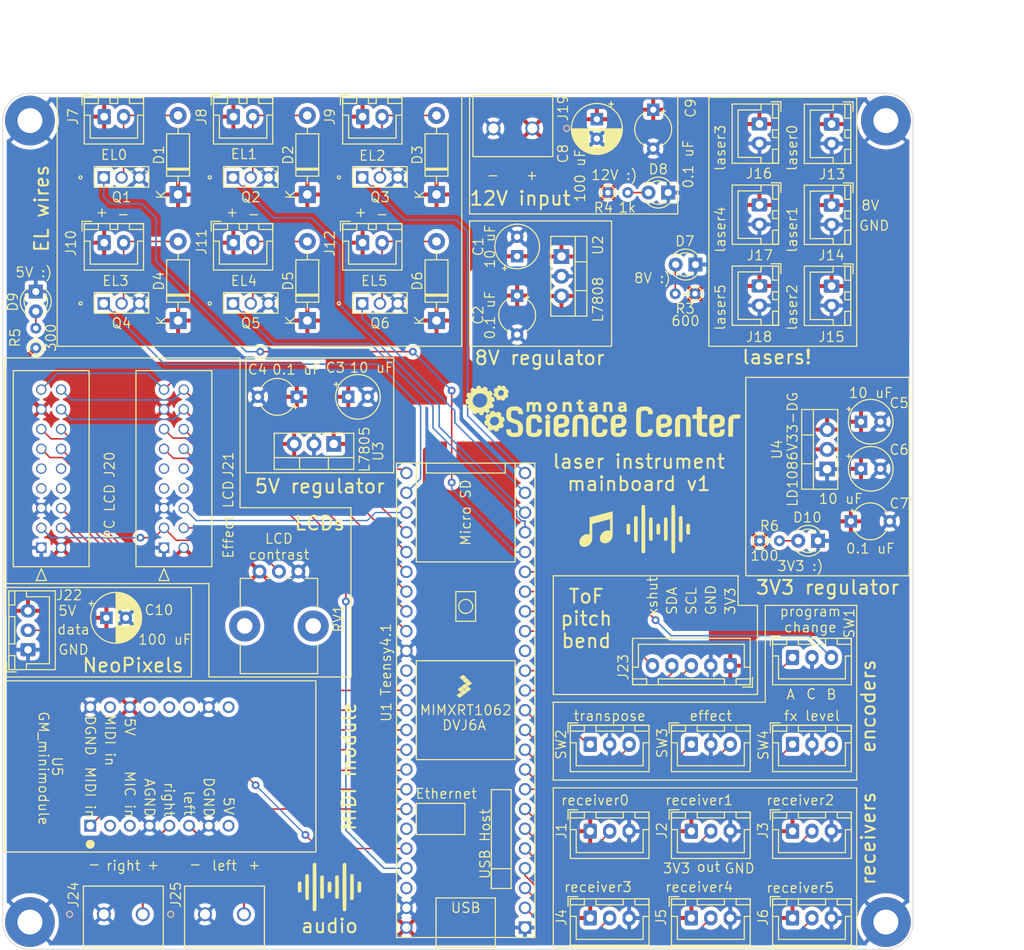
<source format=kicad_pcb>
(kicad_pcb (version 20211014) (generator pcbnew)
  (layers (0 "F.Cu" signal) (31 "B.Cu" signal) (34 "B.Paste" user) (35 "F.Paste" user) (36 "B.SilkS" user "B.Silkscreen") (37 "F.SilkS" user "F.Silkscreen") (38 "B.Mask" user) (39 "F.Mask" user) (44 "Edge.Cuts" user))
  (net 0 "")
  (net 1 "+12V")
  (net 2 "GND")
  (net 3 "+8V")
  (net 4 "+5V")
  (net 5 "+3V3")
  (net 6 "Net-(D1-Pad2)")
  (net 7 "Net-(D2-Pad2)")
  (net 8 "Net-(D3-Pad2)")
  (net 9 "Net-(D4-Pad2)")
  (net 10 "Net-(D5-Pad2)")
  (net 11 "Net-(D6-Pad2)")
  (net 12 "/teensy/receiver_input_0")
  (net 13 "/teensy/receiver_input_1")
  (net 14 "/teensy/receiver_input_2")
  (net 15 "/teensy/receiver_input_3")
  (net 16 "/teensy/receiver_input_4")
  (net 17 "/teensy/receiver_input_5")
  (net 18 "/LCDs/lcd_contrast")
  (net 19 "/teensy/PC_LCD_RS")
  (net 20 "/teensy/PC_LCD_EN")
  (net 25 "/teensy/PC_LCD_D4")
  (net 26 "/teensy/PC_LCD_D5")
  (net 27 "/teensy/PC_LCD_D6")
  (net 28 "/teensy/PC_LCD_D7")
  (net 29 "/teensy/red_cathode")
  (net 30 "/teensy/green_cathode")
  (net 31 "/teensy/blue_cathode")
  (net 32 "/teensy/effect_LCD_RS")
  (net 33 "/teensy/effect_LCD_EN")
  (net 38 "/teensy/effect_LCD_D4")
  (net 39 "/teensy/effect_LCD_D5")
  (net 40 "/teensy/effect_LCD_D6")
  (net 41 "/teensy/effect_LCD_D7")
  (net 42 "/teensy/neopixel_data")
  (net 43 "/teensy/SCL")
  (net 44 "/teensy/SDA")
  (net 45 "/teensy/xshut")
  (net 46 "/teensy/el_wire_0")
  (net 47 "/teensy/el_wire_1")
  (net 48 "/teensy/el_wire_2")
  (net 49 "/teensy/el_wire_3")
  (net 50 "/teensy/el_wire_4")
  (net 51 "/teensy/el_wire_5")
  (net 54 "/MIDI module/right_audio")
  (net 55 "/MIDI module/left_audio")
  (net 59 "/teensy/midi_output")
  (net 65 "/teensy/pc_encoder_A")
  (net 66 "/teensy/pc_encoder_B")
  (net 67 "/teensy/transpose_encoder_A")
  (net 68 "/teensy/transpose_encoder_B")
  (net 69 "/teensy/effect_encoder_A")
  (net 70 "/teensy/effect_encoder_B")
  (net 71 "/teensy/effect_level_encoder_A")
  (net 72 "/teensy/effect_level_encoder_B")
  (net 74 "Net-(D7-Pad2)")
  (net 75 "Net-(D8-Pad2)")
  (net 76 "Net-(D9-Pad2)")
  (net 77 "Net-(D10-Pad2)")
  (footprint "AOI4286:AOI4286" (layer "F.Cu") (at 133.485204 66.999993)
    (fp_text reference "Q4")
    (fp_text value "AOI4286" hide)
  )
  (footprint "Connector_JST:JST_XH_B2B-XH-A_1x02_P2.50mm_Vertical" (layer "F.Cu") (at 217.75 64.75 -90)
    (fp_text reference "J18")
    (fp_text value "laser5")
  )
  (footprint "Resistor_THT:R_Axial_DIN0204_L3.6mm_D1.6mm_P2.54mm_Vertical" (layer "F.Cu") (at 198.28 52.75)
    (fp_text reference "R4")
    (fp_text value "1k")
  )
  (footprint "Molex-0901301118:Molex-901301118" (layer "F.Cu") (at 125.459998 98.3885 90)
    (fp_text reference "J20")
    (fp_text value "PC LCD")
  )
  (footprint "Connector_JST:JST_XH_B3B-XH-A_1x03_P2.50mm_Vertical" (layer "F.Cu") (at 209 145.975)
    (fp_text reference "J5")
    (fp_text value "receiver4")
  )
  (footprint "Diode_THT:D_DO-41_SOD81_P10.16mm_Horizontal" (layer "F.Cu") (at 143.0376 69.1938 90)
    (fp_text reference "D4")
    (fp_text value "1N4001")
  )
  (footprint "Connector_JST:JST_XH_B2B-XH-A_1x02_P2.50mm_Vertical" (layer "F.Cu") (at 150.1438 59.1938)
    (fp_text reference "J11")
    (fp_text value "el_connector" hide)
  )
  (footprint "misc-silkscreen:audio-waveform-5mm" (layer "F.Cu") (at 204.75 96)
    (fp_text reference "G***" hide)
    (fp_text value "LOGO" hide)
  )
  (footprint "Connector_JST:JST_XH_B2B-XH-A_1x02_P2.50mm_Vertical" (layer "F.Cu") (at 166.75 42.999993)
    (fp_text reference "J9")
    (fp_text value "el_connector" hide)
  )
  (footprint "teensy:Teensy41" (layer "F.Cu") (at 180 118 90)
    (fp_text reference "U1")
    (fp_text value "Teensy4.1")
  )
  (footprint "Capacitor_THT:CP_Radial_Tantal_D4.5mm_P5.00mm" (layer "F.Cu") (at 229.5 95)
    (fp_text reference "C7")
    (fp_text value "0.1 uF")
  )
  (footprint "Diode_THT:D_DO-41_SOD81_P10.16mm_Horizontal" (layer "F.Cu") (at 159.6438 53 90)
    (fp_text reference "D2")
    (fp_text value "1N4001")
  )
  (footprint "Capacitor_THT:CP_Radial_Tantal_D4.5mm_P5.00mm" (layer "F.Cu") (at 158.3 79 180)
    (fp_text reference "C4")
    (fp_text value "0.1 uF")
  )
  (footprint "Package_TO_SOT_THT:TO-220-3_Vertical" (layer "F.Cu") (at 192.305 60.963 -90)
    (fp_text reference "U2")
    (fp_text value "L7808")
  )
  (footprint "Connector_JST:JST_XH_B5B-XH-A_1x05_P2.50mm_Vertical" (layer "F.Cu") (at 214 113.55 180)
    (fp_text reference "J23")
    (fp_text value "VL53L4CD connector" hide)
  )
  (footprint "Connector_JST:JST_XH_B3B-XH-A_1x03_P2.50mm_Vertical" (layer "F.Cu") (at 222 112.5)
    (fp_text reference "SW1")
    (fp_text value "program change encoder" hide)
  )
  (footprint "Connector_JST:JST_XH_B2B-XH-A_1x02_P2.50mm_Vertical" (layer "F.Cu") (at 227.025 43.949991 -90)
    (fp_text reference "J13")
    (fp_text value "laser0")
  )
  (footprint "Connector_JST:JST_XH_B3B-XH-A_1x03_P2.50mm_Vertical" (layer "F.Cu") (at 222 123.658333)
    (fp_text reference "SW4")
    (fp_text value "effect level encoder" hide)
  )
  (footprint "misc-silkscreen:music-notes-5mm" (layer "F.Cu") (at 196.75 96)
    (fp_text reference "G***" hide)
    (fp_text value "LOGO" hide)
  )
  (footprint "Capacitor_THT:CP_Radial_Tantal_D4.5mm_P5.00mm" (layer "F.Cu") (at 204.1 42.1 -90)
    (fp_text reference "C9")
    (fp_text value "0.1 uF")
  )
  (footprint "Connector_JST:JST_XH_B3B-XH-A_1x03_P2.50mm_Vertical" (layer "F.Cu") (at 222 134.816666)
    (fp_text reference "J3")
    (fp_text value "receiver2")
  )
  (footprint "Connector_JST:JST_XH_B2B-XH-A_1x02_P2.50mm_Vertical" (layer "F.Cu") (at 217.75 54.34 -90)
    (fp_text reference "J17")
    (fp_text value "laser4")
  )
  (footprint "msc-logos:msc-gears-silkscreen-8mm" (layer "F.Cu") (at 182.75 80.5)
    (fp_text reference "G***" hide)
    (fp_text value "LOGO" hide)
  )
  (footprint "MountingHole:MountingHole_3.2mm_M3_Pad_TopBottom" (layer "F.Cu") (at 124.000006 43.499989)
    (fp_text reference "H2" hide)
    (fp_text value "MountingHole_Pad" hide)
  )
  (footprint "MountingHole:MountingHole_3.2mm_M3_Pad_TopBottom" (layer "F.Cu") (at 233.999989 43.499989)
    (fp_text reference "H1" hide)
    (fp_text value "MountingHole_Pad" hide)
  )
  (footprint "Capacitor_THT:CP_Radial_D6.3mm_P2.50mm" (layer "F.Cu") (at 196.8562 43.317621 -90)
    (fp_text reference "C8")
    (fp_text value "100 uF")
  )
  (footprint "LED_THT:LED_D3.0mm_Clear" (layer "F.Cu") (at 209.525 62 180)
    (fp_text reference "D7")
    (fp_text value "LED")
  )
  (footprint "Resistor_THT:R_Axial_DIN0204_L3.6mm_D1.6mm_P2.54mm_Vertical" (layer "F.Cu") (at 124.75 72.72 90)
    (fp_text reference "R5")
    (fp_text value "300")
  )
  (footprint "Resistor_THT:R_Axial_DIN0204_L3.6mm_D1.6mm_P2.54mm_Vertical" (layer "F.Cu") (at 209.47 65.75 180)
    (fp_text reference "R3")
    (fp_text value "600")
  )
  (footprint "Connector_JST:JST_XH_B2B-XH-A_1x02_P2.50mm_Vertical" (layer "F.Cu") (at 227.025 64.77 -90)
    (fp_text reference "J15")
    (fp_text value "laser2")
  )
  (footprint "Connector_JST:JST_XH_B3B-XH-A_1x03_P2.50mm_Vertical" (layer "F.Cu") (at 196 134.816666)
    (fp_text reference "J1")
    (fp_text value "receiver0")
  )
  (footprint "MountingHole:MountingHole_3.2mm_M3_Pad_TopBottom" (layer "F.Cu") (at 233.999989 146.500012)
    (fp_text reference "H4" hide)
    (fp_text value "MountingHole_Pad" hide)
  )
  (footprint "Connector_JST:JST_XH_B3B-XH-A_1x03_P2.50mm_Vertical" (layer "F.Cu") (at 196 145.975)
    (fp_text reference "J4")
    (fp_text value "receiver3")
  )
  (footprint "Diode_THT:D_DO-41_SOD81_P10.16mm_Horizontal" (layer "F.Cu") (at 176.25 52.999993 90)
    (fp_text reference "D3")
    (fp_text value "1N4001")
  )
  (footprint "Connector_JST:JST_XH_B2B-XH-A_1x02_P2.50mm_Vertical" (layer "F.Cu") (at 217.75 43.93 -90)
    (fp_text reference "J16")
    (fp_text value "laser3")
  )
  (footprint "Connector_JST:JST_XH_B2B-XH-A_1x02_P2.50mm_Vertical" (layer "F.Cu") (at 166.75 59.1938)
    (fp_text reference "J12")
    (fp_text value "el_connector" hide)
  )
  (footprint "AOI4286:AOI4286" (layer "F.Cu") (at 150.0914 67)
    (fp_text reference "Q5")
    (fp_text value "AOI4286" hide)
  )
  (footprint "Diode_THT:D_DO-41_SOD81_P10.16mm_Horizontal" (layer "F.Cu") (at 159.6438 69.1938 90)
    (fp_text reference "D5")
    (fp_text value "1N4001")
  )
  (footprint "AOI4286:AOI4286" (layer "F.Cu") (at 133.4852 50.8062)
    (fp_text reference "Q1")
    (fp_text value "AOI4286" hide)
  )
  (footprint "Capacitor_THT:CP_Radial_D6.3mm_P2.50mm" (layer "F.Cu") (at 133.825721 107.4)
    (fp_text reference "C10")
    (fp_text value "100 uF")
  )
  (footprint "Capacitor_THT:CP_Radial_Tantal_D5.5mm_P2.50mm" (layer "F.Cu") (at 164.903631 79)
    (fp_text reference "C3")
    (fp_text value "10 uF")
  )
  (footprint "Wurth-691137710002:Wurth-691137710002" (layer "F.Cu") (at 146.500012 145.499988)
    (fp_text reference "J25")
    (fp_text value "left_audio" hide)
  )
  (footprint "misc-silkscreen:audio-waveform-5mm" (layer "F.Cu") (at 162.5 142)
    (fp_text reference "G***" hide)
    (fp_text value "LOGO" hide)
  )
  (footprint "LED_THT:LED_D3.0mm_Clear" (layer "F.Cu") (at 225.275 97.5 180)
    (fp_text reference "D10")
    (fp_text value "LED")
  )
  (footprint "Molex-0901301118:Molex-901301118" (layer "F.Cu") (at 141.230002 98.3885 90)
    (fp_text reference "J21")
    (fp_text value "Effect LCD")
  )
  (footprint "Connector_JST:JST_XH_B2B-XH-A_1x02_P2.50mm_Vertical" (layer "F.Cu") (at 150.1438 43)
    (fp_text reference "J8")
    (fp_text value "el_connector" hide)
  )
  (footprint "Connector_JST:JST_XH_B3B-XH-A_1x03_P2.50mm_Vertical" (layer "F.Cu") (at 123.75 111.5 90)
    (fp_text reference "J22")
    (fp_text value "NeoPixel connector" hide)
  )
  (footprint "Capacitor_THT:CP_Radial_Tantal_D5.5mm_P2.50mm" (layer "F.Cu") (at 230.803631 88.25)
    (fp_text reference "C6")
    (fp_text value "10 uF")
  )
  (footprint "msc-logos:msc-text-silkscreen-30mm" (layer "F.Cu") (at 200.25 81.75)
    (fp_text reference "G***" hide)
    (fp_text value "LOGO" hide)
  )
  (footprint "Connector_JST:JST_XH_B2B-XH-A_1x02_P2.50mm_Vertical" (layer "F.Cu") (at 133.5376 59.1938)
    (fp_text reference "J10")
    (fp_text value "el_connector" hide)
  )
  (footprint "Capacitor_THT:CP_Radial_Tantal_D5.5mm_P2.50mm" (layer "F.Cu") (at 186.615 60.933369 90)
    (fp_text reference "C1")
    (fp_text value "10 uF")
  )
  (footprint "LED_THT:LED_D3.0mm_Clear" (layer "F.Cu") (at 124.75 65.475 -90)
    (fp_text reference "D9")
    (fp_text value "LED")
  )
  (footprint "Connector_JST:JST_XH_B3B-XH-A_1x03_P2.50mm_Vertical" (layer "F.Cu") (at 209 134.816666)
    (fp_text reference "J2")
    (fp_text value "receiver1")
  )
  (footprint "Diode_THT:D_DO-41_SOD81_P10.16mm_Horizontal" (layer "F.Cu") (at 176.25 69.1938 90)
    (fp_text reference "D6")
    (fp_text value "1N4001")
  )
  (footprint "GM-minimodule:GM minimodule" (layer "F.Cu") (at 131.750003 126.500001 -90)
    (fp_text reference "U5")
    (fp_text value "GM_minimodule")
  )
  (footprint "Connector_JST:JST_XH_B2B-XH-A_1x02_P2.50mm_Vertical" (layer "F.Cu") (at 133.5376 43)
    (fp_text reference "J7")
    (fp_text value "el_connector" hide)
  )
  (footprint "Capacitor_THT:CP_Radial_Tantal_D4.5mm_P5.00mm" (layer "F.Cu") (at 186.615 66 -90)
    (fp_text reference "C2")
    (fp_text value "0.1 uF")
  )
  (footprint "Diode_THT:D_DO-41_SOD81_P10.16mm_Horizontal" (layer "F.Cu") (at 143.0376 53 90)
    (fp_text reference "D1")
    (fp_text value "1N4001")
  )
  (footprint "Connector_JST:JST_XH_B2B-XH-A_1x02_P2.50mm_Vertical" (layer "F.Cu") (at 227.025 54.36 -90)
    (fp_text reference "J14")
    (fp_text value "laser1")
  )
  (footprint "Connector_JST:JST_XH_B3B-XH-A_1x03_P2.50mm_Vertical" (layer "F.Cu") (at 222 145.975)
    (fp_text reference "J6")
    (fp_text value "receiver5")
  )
  (footprint "AOI4286:AOI4286" (layer "F.Cu") (at 166.6976 50.806193)
    (fp_text reference "Q3")
    (fp_text value "AOI4286" hide)
  )
  (footprint "Wurth-691137710002:Wurth-691137710002" (layer "F.Cu") (at 188.563 44.5 180)
    (fp_text reference "J19")
    (fp_text value "12V_input" hide)
  )
  (footprint "AOI4286:AOI4286" (layer "F.Cu") (at 166.6976 67)
    (fp_text reference "Q6")
    (fp_text value "AOI4286" hide)
  )
  (footprint "Package_TO_SOT_THT:TO-220-3_Vertical" (layer "F.Cu") (at 163.04 85.051 180)
    (fp_text reference "U3")
    (fp_text value "L7805")
  )
  (footprint "MountingHole:MountingHole_3.2mm_M3_Pad_TopBottom" (layer "F.Cu") (at 124.000006 146.500012)
    (fp_text reference "H3" hide)
    (fp_text value "MountingHole_Pad" hide)
  )
  (footprint "Potentiometer_THT:Potentiometer_Bourns_PTV09A-1_Single_Vertical" (layer "F.Cu") (at 153.5 101.45 -90)
    (fp_text reference "RV1")
    (fp_text value "10k")
  )
  (footprint "Package_TO_SOT_THT:TO-220-3_Vertical" (layer "F.Cu") (at 226.445 88.29 90)
    (fp_text reference "U4")
    (fp_text value "LD1086V33-DG")
  )
  (footprint "Connector_JST:JST_XH_B3B-XH-A_1x03_P2.50mm_Vertical" (layer "F.Cu") (at 209 123.658333)
    (fp_text reference "SW3")
    (fp_text value "effect encoder" hide)
  )
  (footprint "Resistor_THT:R_Axial_DIN0204_L3.6mm_D1.6mm_P2.54mm_Vertical" (layer "F.Cu") (at 217.78 97.5)
    (fp_text reference "R6")
    (fp_text value "100")
  )
  (footprint "LED_THT:LED_D3.0mm_Clear" (layer "F.Cu") (at 206.025 52.75 180)
    (fp_text reference "D8")
    (fp_text value "LED")
  )
  (footprint "Capacitor_THT:CP_Radial_Tantal_D5.5mm_P2.50mm" (layer "F.Cu") (at 230.803631 82.196369)
    (fp_text reference "C5")
    (fp_text value "10 uF")
  )
  (footprint "AOI4286:AOI4286" (layer "F.Cu") (at 150.0914 50.8062)
    (fp_text reference "Q2")
    (fp_text value "AOI4286" hide)
  )
  (footprint "Wurth-691137710002:Wurth-691137710002" (layer "F.Cu") (at 133.5 145.5)
    (fp_text reference "J24")
    (fp_text value "right_audio" hide)
  )
  (footprint "Connector_JST:JST_XH_B3B-XH-A_1x03_P2.50mm_Vertical" (layer "F.Cu") (at 196 123.658333)
    (fp_text reference "SW2")
    (fp_text value "transpose encoder" hide)
  )
  (gr_line (start 230.25 105.8) (end 218.5 105.8) (layer "F.SilkS") (width 0.1524))
  (gr_line (start 217.5 105.8) (end 217.5 117.25) (layer "F.SilkS") (width 0.1524))
  (gr_line (start 218.5 118.25) (end 191.25 118.25) (layer "F.SilkS") (width 0.1524))
  (gr_line (start 218.5 105.8) (end 218.5 118.25) (layer "F.SilkS") (width 0.1524))
  (gr_line (start 191.25 128.25) (end 230.25 128.25) (layer "F.SilkS") (width 0.1524))
  (gr_line (start 191.25 117.25) (end 191.25 102) (layer "F.SilkS") (width 0.1524))
  (gr_rect (start 120.75 103.5) (end 144.75 115) (layer "F.SilkS") (width 0.1524) (fill none))
  (gr_line (start 179.5 40.5) (end 179.5 72.5) (layer "F.SilkS") (width 0.1524))
  (gr_line (start 215 105.8) (end 217.5 105.8) (layer "F.SilkS") (width 0.1524))
  (gr_rect (start 180.5 56.4) (end 198.75 72.5) (layer "F.SilkS") (width 0.1524) (fill none))
  (gr_line (start 191.25 102) (end 215 102) (layer "F.SilkS") (width 0.1524))
  (gr_rect (start 151.75 74) (end 170.75 88.75) (layer "F.SilkS") (width 0.1524) (fill none))
  (gr_line (start 179.5 72.5) (end 127.5 72.5) (layer "F.SilkS") (width 0.1524))
  (gr_line (start 180.5 55.5) (end 207.25 55.5) (layer "F.SilkS") (width 0.1524))
  (gr_line (start 207.25 40.5) (end 207.25 55.5) (layer "F.SilkS") (width 0.1524))
  (gr_rect (start 230.25 40.5) (end 211.25 72.5) (layer "F.SilkS") (width 0.1524) (fill none))
  (gr_line (start 120.75 103) (end 121.25 103) (layer "F.SilkS") (width 0.1524))
  (gr_line (start 230.25 128.25) (end 230.25 105.8) (layer "F.SilkS") (width 0.1524))
  (gr_line (start 151 74) (end 121 74) (layer "F.SilkS") (width 0.1524))
  (gr_line (start 127.5 72.5) (end 127.5 40.5) (layer "F.SilkS") (width 0.1524))
  (gr_line (start 120.75 74) (end 121 74) (layer "F.SilkS") (width 0.1524))
  (gr_line (start 165.25 93.25) (end 151 93.25) (layer "F.SilkS") (width 0.1524))
  (gr_line (start 151 93.25) (end 151 74) (layer "F.SilkS") (width 0.1524))
  (gr_line (start 180.5 55.5) (end 180.5 40.5) (layer "F.SilkS") (width 0.1524))
  (gr_rect (start 237 76.5) (end 216 102) (layer "F.SilkS") (width 0.1524) (fill none))
  (gr_line (start 147 103) (end 147 115) (layer "F.SilkS") (width 0.1524))
  (gr_rect (start 191.25 129.25) (end 230.25 149.75) (layer "F.SilkS") (width 0.1524) (fill none))
  (gr_line (start 121.25 103) (end 147 103) (layer "F.SilkS") (width 0.1524))
  (gr_line (start 147 115) (end 165.25 115) (layer "F.SilkS") (width 0.1524))
  (gr_line (start 215 102) (end 215 105.8) (layer "F.SilkS") (width 0.1524))
  (gr_line (start 165.25 115) (end 165.25 93.25) (layer "F.SilkS") (width 0.1524))
  (gr_line (start 191.25 118.25) (end 191.25 128.25) (layer "F.SilkS") (width 0.1524))
  (gr_line (start 120.75 74) (end 120.75 103) (layer "F.SilkS") (width 0.1524))
  (gr_line (start 217.5 117.25) (end 191.25 117.25) (layer "F.SilkS") (width 0.1524))
  (gr_arc (start 234 40) (mid 236.474874 41.025126) (end 237.5 43.5) (layer "Edge.Cuts") (width 0.1))
  (gr_arc (start 237.5 146.5) (mid 236.474874 148.974874) (end 234 150) (layer "Edge.Cuts") (width 0.1))
  (gr_line (start 120.5 43.5) (end 120.5 146.5) (layer "Edge.Cuts") (width 0.1))
  (gr_arc (start 124 150) (mid 121.525126 148.974874) (end 120.5 146.5) (layer "Edge.Cuts") (width 0.1))
  (gr_line (start 237.5 146.5) (end 237.5 43.5) (layer "Edge.Cuts") (width 0.1))
  (gr_arc (start 120.5 43.5) (mid 121.525126 41.025126) (end 124 40) (layer "Edge.Cuts") (width 0.1))
  (gr_line (start 124 150) (end 234 150) (layer "Edge.Cuts") (width 0.1))
  (gr_line (start 234 40) (end 124 40) (layer "Edge.Cuts") (width 0.1))
  (gr_text "A" (at 221.75 117.25) (layer "F.SilkS") (effects (font (size 1.27 1.27) (thickness 0.1524))))
  (gr_text "EL wires" (at 125.500003 54.799992 90) (layer "F.SilkS") (effects (font (size 1.778 1.778) (thickness 0.254))))
  (gr_text "GND" (at 129.6 111.5) (layer "F.SilkS") (effects (font (size 1.27 1.27) (thickness 0.1524))))
  (gr_text "-" (at 152.75 55.5) (layer "F.SilkS") (effects (font (size 1.27 1.27) (thickness 0.1524))))
  (gr_text "MIDI module" (at 165 126.500001 90) (layer "F.SilkS") (effects (font (size 1.778 1.778) (thickness 0.254))))
  (gr_text "+" (at 188.5 50.5) (layer "F.SilkS") (effects (font (size 1.27 1.27) (thickness 0.1524))))
  (gr_text "+" (at 152.75 139.25 90) (layer "F.SilkS") (effects (font (size 1.27 1.27) (thickness 0.1524))))
  (gr_text "C" (at 224.4 117.2) (layer "F.SilkS") (effects (font (size 1.27 1.27) (thickness 0.1524))))
  (gr_text "3V3 :)" (at 223 100.75) (layer "F.SilkS") (effects (font (size 1.27 1.27) (thickness 0.1524))))
  (gr_text "5V regulator" (at 161.249995 90.499997) (layer "F.SilkS") (effects (font (size 1.778 1.778) (thickness 0.254))))
  (gr_text "+" (at 166.5 55.25) (layer "F.SilkS") (effects (font (size 1.27 1.27) (thickness 0.1524))))
  (gr_text "12V input" (at 187.000007 53.499995) (layer "F.SilkS") (effects (font (size 1.778 1.778) (thickness 0.254))))
  (gr_text "-" (at 183.5 50.5) (layer "F.SilkS") (effects (font (size 1.27 1.27) (thickness 0.1524))))
  (gr_text "8V regulator" (at 189.500002 74.000004) (layer "F.SilkS") (effects (font (size 1.778 1.778) (thickness 0.254))))
  (gr_text "3V3" (at 214 105.25 90) (layer "F.SilkS") (effects (font (size 1.27 1.27) (thickness 0.1524))))
  (gr_text "EL0" (at 134.8 47.9) (layer "F.SilkS") (effects (font (size 1.27 1.27) (thickness 0.1524))))
  (gr_text "GND" (at 232.5 57) (layer "F.SilkS") (effects (font (size 1.27 1.27) (thickness 0.1524))))
  (gr_text "12V :)" (at 199.1 50.5) (layer "F.SilkS") (effects (font (size 1.27 1.27) (thickness 0.1524))))
  (gr_text "LCDs" (at 161.249995 95.25) (layer "F.SilkS") (effects (font (size 1.778 1.778) (thickness 0.254))))
  (gr_text "-" (at 169.25 55.5) (layer "F.SilkS") (effects (font (size 1.27 1.27) (thickness 0.1524))))
  (gr_text "LCD\ncontrast" (at 156 98.25) (layer "F.SilkS") (effects (font (size 1.27 1.27) (thickness 0.1524))))
  (gr_text "EL5" (at 168.25 64.1) (layer "F.SilkS") (effects (font (size 1.27 1.27) (thickness 0.1524))))
  (gr_text "B" (at 227 117.25) (layer "F.SilkS") (effects (font (size 1.27 1.27) (thickness 0.1524))))
  (gr_text "SCL" (at 209 105.25 90) (layer "F.SilkS") (effects (font (size 1.27 1.27) (thickness 0.1524))))
  (gr_text "audio" (at 162.500005 147.000011) (layer "F.SilkS") (effects (font (size 1.778 1.778) (thickness 0.254))))
  (gr_text "-" (at 132.25 139.25 180) (layer "F.SilkS") (effects (font (size 1.27 1.27) (thickness 0.1524))))
  (gr_text "encoders" (at 231.750006 118.750004 90) (layer "F.SilkS") (effects (font (size 1.778 1.778) (thickness 0.254))))
  (gr_text "ToF\npitch\nbend" (at 195.49999 107.499988) (layer "F.SilkS") (effects (font (size 1.778 1.778) (thickness 0.254))))
  (gr_text "EL4" (at 151.5 64.1) (layer "F.SilkS") (effects (font (size 1.27 1.27) (thickness 0.1524))))
  (gr_text "EL1" (at 151.5 47.8) (layer "F.SilkS") (effects (font (size 1.27 1.27) (thickness 0.1524))))
  (gr_text "EL3" (at 135 64.1) (layer "F.SilkS") (effects (font (size 1.27 1.27) (thickness 0.1524))))
  (gr_text "GND" (at 215.2 139.6) (layer "F.SilkS") (effects (font (size 1.27 1.27) (thickness 0.1524))))
  (gr_text "lasers!" (at 219.999992 73.900005) (layer "F.SilkS") (effects (font (size 1.778 1.778) (thickness 0.254))))
  (gr_text "5V" (at 128.8 106.5) (layer "F.SilkS") (effects (font (size 1.27 1.27) (thickness 0.1524))))
  (gr_text "NeoPixels\n" (at 137.249992 113.500002) (layer "F.SilkS") (effects (font (size 1.778 1.778) (thickness 0.254))))
  (gr_text "GND" (at 211.5 105.107143 90) (layer "F.SilkS") (effects (font (size 1.27 1.27) (thickness 0.1524))))
  (gr_text "program\nchange" (at 224.3 107.6) (layer "F.SilkS") (effects (font (size 1.27 1.27) (thickness 0.1524))))
  (gr_text "left" (at 149 139.25) (layer "F.SilkS") (effects (font (size 1.27 1.27) (thickness 0.1524))))
  (gr_text "+" (at 150 55.25) (layer "F.SilkS") (effects (font (size 1.27 1.27) (thickness 0.1524))))
  (gr_text "transpose" (at 198.5 120) (layer "F.SilkS") (effects (font (size 1.27 1.27) (thickness 0.1524))))
  (gr_text "EL2" (at 168 48) (layer "F.SilkS") (effects (font (size 1.27 1.27) (thickness 0.1524))))
  (gr_text "effect" (at 211.5 120) (layer "F.SilkS") (effects (font (size 1.27 1.27) (thickness 0.1524))))
  (gr_text "data" (at 129.6 108.9) (layer "F.SilkS") (effects (font (size 1.27 1.27) (thickness 0.1524))))
  (gr_text "SDA" (at 206.5 105.22619 90) (layer "F.SilkS") (effects (font (size 1.27 1.27) (thickness 0.1524))))
  (gr_text "8V" (at 232 54.4) (layer "F.SilkS") (effects (font (size 1.27 1.27) (thickness 0.1524))))
  (gr_text "out" (at 211.2 139.4) (layer "F.SilkS") (effects (font (size 1.27 1.27) (thickness 0.1524))))
  (gr_text "3V3" (at 207.1 139.6) (layer "F.SilkS") (effects (font (size 1.27 1.27) (thickness 0.1524))))
  (gr_text "8V :)" (at 204 63.75) (layer "F.SilkS") (effects (font (size 1.27 1.27) (thickness 0.1524))))
  (gr_text "5V :)" (at 124.5 63) (layer "F.SilkS") (effects (font (size 1.27 1.27) (thickness 0.1524))))
  (gr_text "fx level" (at 224.5 120) (layer "F.SilkS") (effects (font (size 1.27 1.27) (thickness 0.1524))))
  (gr_text "+" (at 133.25 55.25) (layer "F.SilkS") (effects (font (size 1.27 1.27) (thickness 0.1524))))
  (gr_text "-" (at 136 55.5) (layer "F.SilkS") (effects (font (size 1.27 1.27) (thickness 0.1524))))
  (gr_text "xshut" (at 204 104.630952 90) (layer "F.SilkS") (effects (font (size 1.27 1.27) (thickness 0.1524))))
  (gr_text "right" (at 136 139.25) (layer "F.SilkS") (effects (font (size 1.27 1.27) (thickness 0.1524))))
  (gr_text "+" (at 139.75 139.25 90) (layer "F.SilkS") (effects (font (size 1.27 1.27) (thickness 0.1524))))
  (gr_text "3V3 regulator" (at 226.500004 103.499996) (layer "F.SilkS") (effects (font (size 1.778 1.778) (thickness 0.254))))
  (gr_text "receivers" (at 231.750006 135.749995 90) (layer "F.SilkS") (effects (font (size 1.778 1.778) (thickness 0.254))))
  (gr_text "-" (at 145.25 139.25 180) (layer "F.SilkS") (effects (font (size 1.27 1.27) (thickness 0.1524))))
  (gr_text "laser instrument\nmainboard v1" (at 202.249989 88.749988) (layer "F.SilkS") (effects (font (size 1.778 1.778) (thickness 0.254))))
  (segment (start 125.460004 80.6085) (end 123 78.148496) (width 0.6096) (layer "F.Cu") (net 4))
  (segment (start 123 74.47) (end 124.75 72.72) (width 0.6096) (layer "F.Cu") (net 4))
  (segment (start 123 78.148496) (end 123 74.47) (width 0.6096) (layer "F.Cu") (net 4))
  (segment (start 136.0376 43) (end 136.0376 50.5398) (width 0.2) (layer "F.Cu") (net 6))
  (segment (start 136.1976 42.84) (end 136.0376 43) (width 0.2) (layer "F.Cu") (net 6))
  (segment (start 143.0376 42.84) (end 136.1976 42.84) (width 0.2) (layer "F.Cu") (net 6))
  (segment (start 136.0376 50.5398) (end 135.7712 50.8062) (width 0.2) (layer "F.Cu") (net 6))
  (segment (start 152.6438 43) (end 152.6438 50.5398) (width 0.2) (layer "F.Cu") (net 7))
  (segment (start 159.6438 42.84) (end 152.8038 42.84) (width 0.2) (layer "F.Cu") (net 7))
  (segment (start 152.8038 42.84) (end 152.6438 43) (width 0.2) (layer "F.Cu") (net 7))
  (segment (start 152.6438 50.5398) (end 152.3774 50.8062) (width 0.2) (layer "F.Cu") (net 7))
  (segment (start 169.25 42.999993) (end 169.25 50.539793) (width 0.2) (layer "F.Cu") (net 8))
  (segment (start 169.41 42.839993) (end 169.25 42.999993) (width 0.2) (layer "F.Cu") (net 8))
  (segment (start 176.25 42.839993) (end 169.41 42.839993) (width 0.2) (layer "F.Cu") (net 8))
  (segment (start 169.25 50.539793) (end 168.9836 50.806193) (width 0.2) (layer "F.Cu") (net 8))
  (segment (start 136.0376 66.7336) (end 135.7712 67) (width 0.2) (layer "F.Cu") (net 9))
  (segment (start 136.1976 59.0338) (end 136.0376 59.1938) (width 0.2) (layer "F.Cu") (net 9))
  (segment (start 143.0376 59.0338) (end 136.1976 59.0338) (width 0.2) (layer "F.Cu") (net 9))
  (segment (start 136.0376 59.1938) (end 136.0376 66.7336) (width 0.2) (layer "F.Cu") (net 9))
  (segment (start 152.6438 59.1938) (end 152.6438 66.7336) (width 0.2) (layer "F.Cu") (net 10))
  (segment (start 152.6438 66.7336) (end 152.3774 67) (width 0.2) (layer "F.Cu") (net 10))
  (segment (start 159.6438 59.0338) (end 152.8038 59.0338) (width 0.2) (layer "F.Cu") (net 10))
  (segment (start 152.8038 59.0338) (end 152.6438 59.1938) (width 0.2) (layer "F.Cu") (net 10))
  (segment (start 176.25 59.0338) (end 169.41 59.0338) (width 0.2) (layer "F.Cu") (net 11))
  (segment (start 169.25 66.7336) (end 168.9836 67) (width 0.2) (layer "F.Cu") (net 11))
  (segment (start 169.41 59.0338) (end 169.25 59.1938) (width 0.2) (layer "F.Cu") (net 11))
  (segment (start 169.25 59.1938) (end 169.25 66.7336) (width 0.2) (layer "F.Cu") (net 11))
  (segment (start 187.62 131.97) (end 193.35 137.7) (width 0.2) (layer "F.Cu") (net 12))
  (segment (start 193.35 137.7) (end 195.775 137.7) (width 0.2) (layer "F.Cu") (net 12))
  (segment (start 195.775 137.7) (end 198.5 134.975) (width 0.2) (layer "F.Cu") (net 12))
  (segment (start 204.616666 141.7) (end 211.5 134.816666) (width 0.2) (layer "F.Cu") (net 13))
  (segment (start 194.81 141.7) (end 204.616666 141.7) (width 0.2) (layer "F.Cu") (net 13))
  (segment (start 187.62 134.51) (end 194.81 141.7) (width 0.2) (layer "F.Cu") (net 13))
  (segment (start 187.62 137.05) (end 193.17 142.6) (width 0.2) (layer "F.Cu") (net 14))
  (segment (start 216.716666 142.6) (end 224.5 134.816666) (width 0.2) (layer "F.Cu") (net 14))
  (segment (start 193.17 142.6) (end 216.716666 142.6) (width 0.2) (layer "F.Cu") (net 14))
  (segment (start 187.62 140.52) (end 194.85 147.75) (width 0.2) (layer "F.Cu") (net 15))
  (segment (start 198.5 146) (end 198.5 145.975) (width 0.2) (layer "F.Cu") (net 15))
  (segment (start 187.62 139.59) (end 187.62 140.52) (width 0.2) (layer "F.Cu") (net 15))
  (segment (start 196.75 147.75) (end 198.5 146) (width 0.2) (layer "F.Cu") (net 15))
  (segment (start 194.85 147.75) (end 196.75 147.75) (width 0.2) (layer "F.Cu") (net 15))
  (segment (start 208.975 148.5) (end 211.5 145.975) (width 0.2) (layer "F.Cu") (net 16))
  (segment (start 187.62 142.13) (end 193.99 148.5) (width 0.2) (layer "F.Cu") (net 16))
  (segment (start 193.99 148.5) (end 208.975 148.5) (width 0.2) (layer "F.Cu") (net 16))
  (segment (start 187.62 144.67) (end 192.2 149.25) (width 0.2) (layer "F.Cu") (net 17))
  (segment (start 192.2 149.25) (end 221.35 149.25) (width 0.2) (layer "F.Cu") (net 17))
  (segment (start 221.35 149.25) (end 224.5 146.1) (width 0.2) (layer "F.Cu") (net 17))
  (segment (start 151.986189 97.436189) (end 142.817691 97.436189) (width 0.2) (layer "F.Cu") (net 18))
  (segment (start 156 101.45) (end 151.986189 97.436189) (width 0.2) (layer "F.Cu") (net 18))
  (segment (start 138.2 97.1) (end 139.978502 97.1) (width 0.2) (layer "F.Cu") (net 18))
  (segment (start 139.978502 97.1) (end 141.230002 95.8485) (width 0.2) (layer "F.Cu") (net 18))
  (segment (start 142.817691 97.436189) (end 141.230002 95.8485) (width 0.2) (layer "F.Cu") (net 18))
  (via (at 138.200003 97.100009) (size 1.016) (drill 0.508) (layers "F.Cu" "B.Cu") (net 18))
  (segment (start 138.2 97.1) (end 126.711504 97.1) (width 0.2) (layer "B.Cu") (net 18))
  (segment (start 126.711504 97.1) (end 125.460004 95.8485) (width 0.2) (layer "B.Cu") (net 18))
  (segment (start 128.6485 95.8485) (end 162.23 129.43) (width 0.2) (layer "F.Cu") (net 19))
  (segment (start 162.23 129.43) (end 172.38 129.43) (width 0.2) (layer "F.Cu") (net 19))
  (segment (start 128.000004 95.8485) (end 128.6485 95.8485) (width 0.2) (layer "F.Cu") (net 19))
  (segment (start 160.8 127) (end 129.7 95.9) (width 0.2) (layer "F.Cu") (net 20))
  (segment (start 172.27 127) (end 160.8 127) (width 0.2) (layer "F.Cu") (net 20))
  (segment (start 129.7 95.008496) (end 128.000004 93.3085) (width 0.2) (layer "F.Cu") (net 20))
  (segment (start 129.7 95.9) (end 129.7 95.008496) (width 0.2) (layer "F.Cu") (net 20))
  (segment (start 172.38 126.89) (end 172.27 127) (width 0.2) (layer "F.Cu") (net 20))
  (segment (start 131.7 90.3) (end 131.7 96.6) (width 0.2) (layer "F.Cu") (net 25))
  (segment (start 131.7 96.6) (end 159.45 124.35) (width 0.2) (layer "F.Cu") (net 25))
  (segment (start 125.460004 85.6885) (end 126.571504 86.8) (width 0.2) (layer "F.Cu") (net 25))
  (segment (start 159.45 124.35) (end 172.38 124.35) (width 0.2) (layer "F.Cu") (net 25))
  (segment (start 126.571504 86.8) (end 128.2 86.8) (width 0.2) (layer "F.Cu") (net 25))
  (segment (start 128.2 86.8) (end 131.7 90.3) (width 0.2) (layer "F.Cu") (net 25))
  (segment (start 172.38 121.81) (end 157.81 121.81) (width 0.2) (layer "F.Cu") (net 26))
  (segment (start 132.2 96.2) (end 132.2 89.888496) (width 0.2) (layer "F.Cu") (net 26))
  (segment (start 157.81 121.81) (end 132.2 96.2) (width 0.2) (layer "F.Cu") (net 26))
  (segment (start 132.2 89.888496) (end 128.000004 85.6885) (width 0.2) (layer "F.Cu") (net 26))
  (segment (start 128.6 84.4) (end 132.8 88.6) (width 0.2) (layer "F.Cu") (net 27))
  (segment (start 132.8 88.6) (end 132.8 96) (width 0.2) (layer "F.Cu") (net 27))
  (segment (start 125.460004 83.1485) (end 126.711504 84.4) (width 0.2) (layer "F.Cu") (net 27))
  (segment (start 126.711504 84.4) (end 128.6 84.4) (width 0.2) (layer "F.Cu") (net 27))
  (segment (start 132.8 96) (end 156.07 119.27) (width 0.2) (layer "F.Cu") (net 27))
  (segment (start 156.07 119.27) (end 172.38 119.27) (width 0.2) (layer "F.Cu") (net 27))
  (segment (start 133.4 88.548496) (end 133.4 95.8) (width 0.2) (layer "F.Cu") (net 28))
  (segment (start 154.33 116.73) (end 172.38 116.73) (width 0.2) (layer "F.Cu") (net 28))
  (segment (start 128.000004 83.1485) (end 133.4 88.548496) (width 0.2) (layer "F.Cu") (net 28))
  (segment (start 133.4 95.8) (end 154.33 116.73) (width 0.2) (layer "F.Cu") (net 28))
  (segment (start 143.770002 80.6085) (end 152.328822 89.16732) (width 0.2) (layer "F.Cu") (net 29))
  (segment (start 162.59732 89.16732) (end 172.38 98.95) (width 0.2) (layer "F.Cu") (net 29))
  (segment (start 152.328822 89.16732) (end 162.59732 89.16732) (width 0.2) (layer "F.Cu") (net 29))
  (segment (start 128.000004 80.6085) (end 129.291504 81.9) (width 0.2) (layer "B.Cu") (net 29))
  (segment (start 142.478502 81.9) (end 143.770002 80.6085) (width 0.2) (layer "B.Cu") (net 29))
  (segment (start 129.291504 81.9) (end 142.478502 81.9) (width 0.2) (layer "B.Cu") (net 29))
  (segment (start 144.7 76.8) (end 142.498502 76.8) (width 0.2) (layer "F.Cu") (net 30))
  (segment (start 156.2 88.3) (end 144.7 76.8) (width 0.2) (layer "F.Cu") (net 30))
  (segment (start 172.38 88.79) (end 171.89 88.3) (width 0.2) (layer "F.Cu") (net 30))
  (segment (start 142.498502 76.8) (end 141.230002 78.0685) (width 0.2) (layer "F.Cu") (net 30))
  (segment (start 171.89 88.3) (end 156.2 88.3) (width 0.2) (layer "F.Cu") (net 30))
  (segment (start 139.161502 76) (end 141.230002 78.0685) (width 0.2) (layer "B.Cu") (net 30))
  (segment (start 125.460004 78.0685) (end 127.528504 76) (width 0.2) (layer "B.Cu") (net 30))
  (segment (start 127.528504 76) (end 139.161502 76) (width 0.2) (layer "B.Cu") (net 30))
  (segment (start 154.491502 88.79) (end 164.76 88.79) (width 0.2) (layer "F.Cu") (net 31))
  (segment (start 143.770002 78.0685) (end 154.491502 88.79) (width 0.2) (layer "F.Cu") (net 31))
  (segment (start 164.76 88.79) (end 172.38 96.41) (width 0.2) (layer "F.Cu") (net 31))
  (segment (start 142.438502 79.4) (end 143.770002 78.0685) (width 0.2) (layer "B.Cu") (net 31))
  (segment (start 129.331504 79.4) (end 142.438502 79.4) (width 0.2) (layer "B.Cu") (net 31))
  (segment (start 128.000004 78.0685) (end 129.331504 79.4) (width 0.2) (layer "B.Cu") (net 31))
  (segment (start 164.6 105.3) (end 164.6 104) (width 0.2) (layer "F.Cu") (net 32))
  (segment (start 156.4485 95.8485) (end 164.6 104) (width 0.2) (layer "F.Cu") (net 32))
  (segment (start 143.770002 95.8485) (end 156.4485 95.8485) (width 0.2) (layer "F.Cu") (net 32))
  (via (at 164.600001 105.299993) (size 1.016) (drill 0.508) (layers "F.Cu" "B.Cu") (net 32))
  (segment (start 172.38 139.59) (end 169.49 139.59) (width 0.2) (layer "B.Cu") (net 32))
  (segment (start 169.49 139.59) (end 164.6 134.7) (width 0.2) (layer "B.Cu") (net 32))
  (segment (start 164.6 134.7) (end 164.6 105.3) (width 0.2) (layer "B.Cu") (net 32))
  (segment (start 145.361502 94.9) (end 143.770002 93.3085) (width 0.1778) (layer "B.Cu") (net 33))
  (segment (start 172.38 93.87) (end 168.38 93.87) (width 0.1778) (layer "B.Cu") (net 33))
  (segment (start 168.38 93.87) (end 167.35 94.9) (width 0.1778) (layer "B.Cu") (net 33))
  (segment (start 167.35 94.9) (end 145.361502 94.9) (width 0.1778) (layer "B.Cu") (net 33))
  (segment (start 151.1 93.9) (end 157.17 93.9) (width 0.2) (layer "F.Cu") (net 38))
  (segment (start 172.38 109.11) (end 157.17 93.9) (width 0.2) (layer "F.Cu") (net 38))
  (segment (start 142.441502 86.9) (end 144.1 86.9) (width 0.2) (layer "F.Cu") (net 38))
  (segment (start 144.1 86.9) (end 151.1 93.9) (width 0.2) (layer "F.Cu") (net 38))
  (segment (start 141.230002 85.6885) (end 142.441502 86.9) (width 0.2) (layer "F.Cu") (net 38))
  (segment (start 159.01 93.2) (end 151.281502 93.2) (width 0.2) (layer "F.Cu") (net 39))
  (segment (start 151.281502 93.2) (end 143.770002 85.6885) (width 0.2) (layer "F.Cu") (net 39))
  (segment (start 172.38 106.57) (end 159.01 93.2) (width 0.2) (layer "F.Cu") (net 39))
  (segment (start 151.2 91.4) (end 159.75 91.4) (width 0.2) (layer "F.Cu") (net 40))
  (segment (start 142.381502 84.3) (end 144.1 84.3) (width 0.2) (layer "F.Cu") (net 40))
  (segment (start 144.1 84.3) (end 151.2 91.4) (width 0.2) (layer "F.Cu") (net 40))
  (segment (start 141.230002 83.1485) (end 142.381502 84.3) (width 0.2) (layer "F.Cu") (net 40))
  (segment (start 172.38 104.03) (end 159.75 91.4) (width 0.2) (layer "F.Cu") (net 40))
  (segment (start 151.321502 90.7) (end 143.770002 83.1485) (width 0.2) (layer "F.Cu") (net 41))
  (segment (start 172.38 101.49) (end 161.59 90.7) (width 0.2) (layer "F.Cu") (net 41))
  (segment (start 161.59 90.7) (end 151.321502 90.7) (width 0.2) (layer "F.Cu") (net 41))
  (segment (start 125.2 109) (end 123.75 109) (width 0.1778) (layer "F.Cu") (net 42))
  (segment (start 150.1 126) (end 133.2 126) (width 0.1778) (layer "F.Cu") (net 42))
  (segment (start 161.15 137.05) (end 159.4 135.3) (width 0.1778) (layer "F.Cu") (net 42))
  (segment (start 153 128.9) (end 150.1 126) (width 0.1778) (layer "F.Cu") (net 42))
  (segment (start 172.38 137.05) (end 161.15 137.05) (width 0.1778) (layer "F.Cu") (net 42))
  (segment (start 126.9 110.7) (end 125.2 109) (width 0.1778) (layer "F.Cu") (net 42))
  (segment (start 133.2 126) (end 126.9 119.7) (width 0.1778) (layer "F.Cu") (net 42))
  (segment (start 126.9 119.7) (end 126.9 110.7) (width 0.1778) (layer "F.Cu") (net 42))
  (via (at 152.999999 128.899996) (size 1.016) (drill 0.508) (layers "F.Cu" "B.Cu") (net 42))
  (via (at 159.400011 135.300009) (size 1.016) (drill 0.508) (layers "F.Cu" "B.Cu") (net 42))
  (segment (start 159.4 135.3) (end 153 128.9) (width 0.1778) (layer "B.Cu") (net 42))
  (segment (start 196.248527 112.948527) (end 196.248528 112.948528) (width 0.2) (layer "F.Cu") (net 43))
  (segment (start 192.41 109.11) (end 195.4 112.1) (width 0.2) (layer "F.Cu") (net 43))
  (segment (start 195.541422 113.231369) (end 195.541421 113.23137) (width 0.2) (layer "F.Cu") (net 43))
  (segment (start 196.248528 112.948528) (end 200.7 117.4) (width 0.2) (layer "F.Cu") (net 43))
  (segment (start 195.399999 112.524265) (end 195.4 112.524264) (width 0.2) (layer "F.Cu") (net 43))
  (segment (start 187.62 109.11) (end 192.41 109.11) (width 0.2) (layer "F.Cu") (net 43))
  (segment (start 195.4 112.524264) (end 195.117157 112.807106) (width 0.2) (layer "F.Cu") (net 43))
  (segment (start 205.15 117.4) (end 209 113.55) (width 0.2) (layer "F.Cu") (net 43))
  (segment (start 195.541421 113.23137) (end 195.824263 112.948527) (width 0.2) (layer "F.Cu") (net 43))
  (segment (start 200.7 117.4) (end 205.15 117.4) (width 0.2) (layer "F.Cu") (net 43))
  (arc (start 195.4 112.1) (mid 195.487868 112.312133) (end 195.399999 112.524265) (width 0.2) (layer "F.Cu") (net 43))
  (arc (start 195.824263 112.948527) (mid 196.036395 112.860659) (end 196.248527 112.948527) (width 0.2) (layer "F.Cu") (net 43))
  (arc (start 195.117157 112.807106) (mid 195.029289 113.019238) (end 195.117157 113.23137) (width 0.2) (layer "F.Cu") (net 43))
  (arc (start 195.117157 113.23137) (mid 195.32929 113.319238) (end 195.541422 113.231369) (width 0.2) (layer "F.Cu") (net 43))
  (segment (start 195.339904 111.107151) (end 195.339903 111.10715) (width 0.2) (layer "F.Cu") (net 44))
  (segment (start 195.599264 109.575) (end 195.858623 109.315642) (width 0.2) (layer "F.Cu") (net 44))
  (segment (start 204.4 116.6) (end 206.5 114.5) (width 0.2) (layer "F.Cu") (net 44))
  (segment (start 195.764168 111.107149) (end 195.764167 111.10715) (width 0.2) (layer "F.Cu") (net 44))
  (segment (start 196.44779 110.84779) (end 196.44779 110.847791) (width 0.2) (layer "F.Cu") (net 44))
  (segment (start 195.811396 110.211397) (end 195.811395 110.211395) (width 0.2) (layer "F.Cu") (net 44))
  (segment (start 187.62 106.57) (end 192.17 106.57) (width 0.2) (layer "F.Cu") (net 44))
  (segment (start 196.282886 109.739906) (end 196.282887 109.739905) (width 0.2) (layer "F.Cu") (net 44))
  (segment (start 195.764167 111.10715) (end 196.023525 110.847791) (width 0.2) (layer "F.Cu") (net 44))
  (segment (start 196.282888 109.315641) (end 196.282887 109.315641) (width 0.2) (layer "F.Cu") (net 44))
  (segment (start 202.2 116.6) (end 204.4 116.6) (width 0.2) (layer "F.Cu") (net 44))
  (segment (start 195.599265 109.574999) (end 195.599264 109.575) (width 0.2) (layer "F.Cu") (net 44))
  (segment (start 192.17 106.57) (end 195.175 109.575) (width 0.2) (layer "F.Cu") (net 44))
  (segment (start 195.811395 110.211395) (end 195.339903 110.682886) (width 0.2) (layer "F.Cu") (net 44))
  (segment (start 206.5 114.5) (end 206.5 113.55) (width 0.2) (layer "F.Cu") (net 44))
  (segment (start 196.44779 110.847791) (end 202.2 116.6) (width 0.2) (layer "F.Cu") (net 44))
  (segment (start 196.282887 109.739905) (end 195.811396 110.211397) (width 0.2) (layer "F.Cu") (net 44))
  (arc (start 196.282887 109.315641) (mid 196.370756 109.527775) (end 196.282886 109.739906) (width 0.2) (layer "F.Cu") (net 44))
  (arc (start 195.339903 111.10715) (mid 195.552036 111.195018) (end 195.764168 111.107149) (width 0.2) (layer "F.Cu") (net 44))
  (arc (start 195.858623 109.315642) (mid 196.070754 109.227772) (end 196.282888 109.315641) (width 0.2) (layer "F.Cu") (net 44))
  (arc (start 195.175 109.575) (mid 195.387134 109.662869) (end 195.599265 109.574999) (width 0.2) (layer "F.Cu") (net 44))
  (arc (start 195.339903 110.682886) (mid 195.252035 110.895019) (end 195.339904 111.107151) (width 0.2) (layer "F.Cu") (net 44))
  (arc (start 196.023525 110.847791) (mid 196.235657 110.759922) (end 196.44779 110.84779) (width 0.2) (layer "F.Cu") (net 44))
  (segment (start 194.48 104.03) (end 204 113.55) (width 0.2) (layer "F.Cu") (net 45))
  (segment (start 187.62 104.03) (end 194.48 104.03) (width 0.2) (layer "F.Cu") (net 45))
  (segment (start 178.2 78.2) (end 178.2 90) (width 0.2) (layer "F.Cu") (net 46))
  (segment (start 153.6 73.2) (end 173.2 73.2) (width 0.2) (layer "F.Cu") (net 46))
  (via (at 173.200009 73.200006) (size 1.016) (drill 0.508) (layers "F.Cu" "B.Cu") (net 46))
  (via (at 153.599998 73.200006) (size 1.016) (drill 0.508) (layers "F.Cu" "B.Cu") (net 46))
  (via (at 178.199999 89.999998) (size 1.016) (drill 0.508) (layers "F.Cu" "B.Cu") (net 46))
  (via (at 178.199999 78.199996) (size 1.016) (drill 0.508) (layers "F.Cu" "B.Cu") (net 46))
  (segment (start 140.2 56) (end 140.2 61.6) (width 0.2) (layer "B.Cu") (net 46))
  (segment (start 133.4852 53.2852) (end 134.4 54.2) (width 0.2) (layer "B.Cu") (net 46))
  (segment (start 138.4 54.2) (end 140.2 56) (width 0.2) (layer "B.Cu") (net 46))
  (segment (start 173.2 73.2) (end 178.2 78.2) (width 0.2) (layer "B.Cu") (net 46))
  (segment (start 151.8 73.2) (end 153.6 73.2) (width 0.2) (layer "B.Cu") (net 46))
  (segment (start 140.2 61.6) (end 151.8 73.2) (width 0.2) (layer "B.Cu") (net 46))
  (segment (start 186.35 98.95) (end 178.2 90.8) (width 0.2) (layer "B.Cu") (net 46))
  (segment (start 133.4852 50.8062) (end 133.4852 53.2852) (width 0.2) (layer "B.Cu") (net 46))
  (segment (start 134.4 54.2) (end 138.4 54.2) (width 0.2) (layer "B.Cu") (net 46))
  (segment (start 178.2 90.8) (end 178.2 90) (width 0.2) (layer "B.Cu") (net 46))
  (segment (start 187.62 98.95) (end 186.35 98.95) (width 0.2) (layer "B.Cu") (net 46))
  (segment (start 187.62 93.87) (end 176.6 82.85) (width 0.2) (layer "B.Cu") (net 47))
  (segment (start 163.8 67.2) (end 163.8 59.6) (width 0.2) (layer "B.Cu") (net 47))
  (segment (start 176.6 80) (end 163.8 67.2) (width 0.2) (layer "B.Cu") (net 47))
  (segment (start 155.2852 56) (end 150.0914 50.8062) (width 0.2) (layer "B.Cu") (net 47))
  (segment (start 160.2 56) (end 155.2852 56) (width 0.2) (layer "B.Cu") (net 47))
  (segment (start 163.8 59.6) (end 160.2 56) (width 0.2) (layer "B.Cu") (net 47))
  (segment (start 176.6 82.85) (end 176.6 80) (width 0.2) (layer "B.Cu") (net 47))
  (segment (start 178.75 56.25) (end 172.141407 56.25) (width 0.2) (layer "B.Cu") (net 48))
  (segment (start 172.141407 56.25) (end 166.6976 50.806193) (width 0.2) (layer "B.Cu") (net 48))
  (segment (start 180.25 81.42) (end 180.25 57.75) (width 0.2) (layer "B.Cu") (net 48))
  (segment (start 180.25 57.75) (end 178.75 56.25) (width 0.2) (layer "B.Cu") (net 48))
  (segment (start 187.62 88.79) (end 180.25 81.42) (width 0.2) (layer "B.Cu") (net 48))
  (segment (start 174.2 89.51) (end 174.2 80.2) (width 0.2) (layer "B.Cu") (net 49))
  (segment (start 141.2852 74.8) (end 133.4852 67) (width 0.2) (layer "B.Cu") (net 49))
  (segment (start 172.38 91.33) (end 174.2 89.51) (width 0.2) (layer "B.Cu") (net 49))
  (segment (start 168.8 74.8) (end 141.2852 74.8) (width 0.2) (layer "B.Cu") (net 49))
  (segment (start 174.2 80.2) (end 168.8 74.8) (width 0.2) (layer "B.Cu") (net 49))
  (segment (start 155.2914 72.2) (end 150.0914 67) (width 0.2) (layer "B.Cu") (net 50))
  (segment (start 186.542689 93.742689) (end 175.8 83) (width 0.2) (layer "B.Cu") (net 50))
  (segment (start 167.8 72.2) (end 155.2914 72.2) (width 0.2) (layer "B.Cu") (net 50))
  (segment (start 175.8 83) (end 175.8 80.2) (width 0.2) (layer "B.Cu") (net 50))
  (segment (start 187.62 94.947311) (end 187.173762 94.947311) (width 0.2) (layer "B.Cu") (net 50))
  (segment (start 187.173762 94.947311) (end 186.542689 94.316238) (width 0.2) (layer "B.Cu") (net 50))
  (segment (start 175.8 80.2) (end 167.8 72.2) (width 0.2) (layer "B.Cu") (net 50))
  (segment (start 186.542689 94.316238) (end 186.542689 93.742689) (width 0.2) (layer "B.Cu") (net 50))
  (segment (start 187.62 96.41) (end 187.62 94.947311) (width 0.2) (layer "B.Cu") (net 50))
  (segment (start 187.62 91.33) (end 178.6 82.31) (width 0.2) (layer "B.Cu") (net 51))
  (segment (start 178.6 80.8) (end 166.6976 68.8976) (width 0.2) (layer "B.Cu") (net 51))
  (segment (start 178.6 82.31) (end 178.6 80.8) (width 0.2) (layer "B.Cu") (net 51))
  (segment (start 166.6976 68.8976) (end 166.6976 67) (width 0.2) (layer "B.Cu") (net 51))
  (segment (start 138.5 139.8) (end 138.5 145.5) (width 0.254) (layer "F.Cu") (net 54))
  (segment (start 138.5 137.53) (end 138.5 138) (width 0.254) (layer "F.Cu") (net 54))
  (segment (start 138.8 138.3) (end 139.005026 138.3) (width 0.254) (layer "F.Cu") (net 54))
  (segment (start 139.005026 138.9) (end 138.8 138.9) (width 0.254) (layer "F.Cu") (net 54))
  (segment (start 137.994974 139.5) (end 138.2 139.5) (width 0.254) (layer "F.Cu") (net 54))
  (segment (start 138.8 138.9) (end 137.994974 138.9) (width 0.254) (layer "F.Cu") (net 54))
  (segment (start 141.91 134.12) (end 138.5 137.53) (width 0.254) (layer "F.Cu") (net 54))
  (arc (start 137.694974 139.2) (mid 137.782842 139.412132) (end 137.994974 139.5) (width 0.254) (layer "F.Cu") (net 54))
  (arc (start 137.994974 138.9) (mid 137.782842 138.987868) (end 137.694974 139.2) (width 0.254) (layer "F.Cu") (net 54))
  (arc (start 138.5 138) (mid 138.587868 138.212132) (end 138.8 138.3) (width 0.254) (layer "F.Cu") (net 54))
  (arc (start 139.305026 138.6) (mid 139.217158 138.812132) (end 139.005026 138.9) (width 0.254) (layer "F.Cu") (net 54))
  (arc (start 139.005026 138.3) (mid 139.217158 138.387868) (end 139.305026 138.6) (width 0.254) (layer "F.Cu") (net 54))
  (arc (start 138.2 139.5) (mid 138.412132 139.587868) (end 138.5 139.8) (width 0.254) (layer "F.Cu") (net 54))
  (segment (start 148.124139 138.398652) (end 148.214264 138.308526) (width 0.254) (layer "F.Cu") (net 55))
  (segment (start 147.699876 138.398653) (end 147.699875 138.398652) (width 0.254) (layer "F.Cu") (net 55))
  (segment (start 148.638528 138.308526) (end 151.5 141.169998) (width 0.254) (layer "F.Cu") (net 55))
  (segment (start 151.5 141.169998) (end 151.5 145.5) (width 0.254) (layer "F.Cu") (net 55))
  (segment (start 144.450003 134.120001) (end 147.790001 137.459999) (width 0.254) (layer "F.Cu") (net 55))
  (segment (start 148.638529 138.308527) (end 148.638528 138.308526) (width 0.254) (layer "F.Cu") (net 55))
  (segment (start 147.79 137.884264) (end 147.790001 137.884263) (width 0.254) (layer "F.Cu") (net 55))
  (segment (start 147.790001 137.884263) (end 147.699875 137.974388) (width 0.254) (layer "F.Cu") (net 55))
  (segment (start 148.12414 138.398651) (end 148.124139 138.398652) (width 0.254) (layer "F.Cu") (net 55))
  (arc (start 147.699875 138.398652) (mid 147.912008 138.48652) (end 148.12414 138.398651) (width 0.254) (layer "F.Cu") (net 55))
  (arc (start 148.214264 138.308526) (mid 148.426397 138.220658) (end 148.638529 138.308527) (width 0.254) (layer "F.Cu") (net 55))
  (arc (start 147.699875 137.974388) (mid 147.612007 138.186521) (end 147.699876 138.398653) (width 0.254) (layer "F.Cu") (net 55))
  (arc (start 147.790001 137.459999) (mid 147.877869 137.672132) (end 147.79 137.884264) (width 0.254) (layer "F.Cu") (net 55))
  (segment (start 133.9 131.97) (end 172.38 131.97) (width 0.2) (layer "F.Cu") (net 59))
  (segment (start 131.75 134.12) (end 133.9 131.97) (width 0.2) (layer "F.Cu") (net 59))
  (segment (start 195.45 118.75) (end 215.75 118.75) (width 0.2) (layer "F.Cu") (net 65))
  (segment (start 190.89 114.19) (end 195.45 118.75) (width 0.2) (layer "F.Cu") (net 65))
  (segment (start 215.75 118.75) (end 222 112.5) (width 0.2) (layer "F.Cu") (net 65))
  (segment (start 187.62 114.19) (end 190.89 114.19) (width 0.2) (layer "F.Cu") (net 65))
  (segment (start 187.62 101.49) (end 198.19 101.49) (width 0.2) (layer "F.Cu") (net 66))
  (segment (start 198.19 101.49) (end 204.4 107.7) (width 0.2) (layer "F.Cu") (net 66))
  (via (at 204.399998 107.699988) (size 1.016) (drill 0.508) (layers "F.Cu" "B.Cu") (net 66))
  (segment (start 204.4 107.7) (end 206.4 109.7) (width 0.2) (layer "B.Cu") (net 66))
  (segment (start 206.4 109.7) (end 224.2 109.7) (width 0.2) (layer "B.Cu") (net 66))
  (segment (start 224.2 109.7) (end 227 112.5) (width 0.2) (layer "B.Cu") (net 66))
  (segment (start 188.755 116.73) (end 187.62 116.73) (width 0.2) (layer "F.Cu") (net 67))
  (segment (start 196 123.975) (end 188.755 116.73) (width 0.2) (layer "F.Cu") (net 67))
  (segment (start 187.62 119.27) (end 195.05 126.7) (width 0.2) (layer "F.Cu") (net 68))
  (segment (start 198.275 126.7) (end 201 123.975) (width 0.2) (layer "F.Cu") (net 68))
  (segment (start 195.05 126.7) (end 198.275 126.7) (width 0.2) (layer "F.Cu") (net 68))
  (segment (start 205.158333 127.5) (end 209 123.658333) (width 0.2) (layer "F.Cu") (net 69))
  (segment (start 187.62 121.81) (end 193.31 127.5) (width 0.2) (layer "F.Cu") (net 69))
  (segment (start 193.31 127.5) (end 205.158333 127.5) (width 0.2) (layer "F.Cu") (net 69))
  (segment (start 191.47 128.2) (end 187.62 124.35) (width 0.2) (layer "F.Cu") (net 70))
  (segment (start 209.458333 128.2) (end 191.47 128.2) (width 0.2) (layer "F.Cu") (net 70))
  (segment (start 214 123.658333) (end 209.458333 128.2) (width 0.2) (layer "F.Cu") (net 70))
  (segment (start 189.53 128.8) (end 216.858333 128.8) (width 0.2) (layer "F.Cu") (net 71))
  (segment (start 187.62 126.89) (end 189.53 128.8) (width 0.2) (layer "F.Cu") (net 71))
  (segment (start 216.858333 128.8) (end 222 123.658333) (width 0.2) (layer "F.Cu") (net 71))
  (segment (start 187.62 129.43) (end 221.228333 129.43) (width 0.2) (layer "F.Cu") (net 72))
  (segment (start 221.228333 129.43) (end 227 123.658333) (width 0.2) (layer "F.Cu") (net 72))
  (segment (start 206.93 62.055) (end 206.985 62) (width 0.2) (layer "F.Cu") (net 74))
  (segment (start 206.93 65.75) (end 206.93 62.055) (width 0.2) (layer "F.Cu") (net 74))
  (segment (start 200.82 52.75) (end 203.485 52.75) (width 0.2) (layer "F.Cu") (net 75))
  (segment (start 124.75 68.015) (end 124.75 70.18) (width 0.2) (layer "F.Cu") (net 76))
  (segment (start 220.2925 97.5) (end 222.7075 97.5) (width 0.2) (layer "F.Cu") (net 77))
  (zone (net 3) (net_name "+8V") (layer "F.Cu") (connect_pads (clearance 0.508)) (min_thickness 0.254) (fill yes (thermal_gap 0.508) (thermal_bridge_width 0.508) (smoothing chamfer) (radius 1))
    (polygon (pts (xy 237.5 72.5) (xy 182.5 72.5) (xy 182.5 64) (xy 208.5 64) (xy 208.5 40) (xy 237.5 40)))
  )
  (zone (net 4) (net_name "+5V") (layer "F.Cu") (connect_pads (clearance 0.508)) (min_thickness 0.254) (fill yes (thermal_gap 0.508) (thermal_bridge_width 0.508) (smoothing chamfer) (radius 1))
    (polygon (pts (xy 159.9 103.25) (xy 152.25 103.25) (xy 151 103.25) (xy 140.55 103.25) (xy 140.55 121.5) (xy 127.6 121.5) (xy 127.6 108) (xy 120.75 108) (xy 120.75 74.5) (xy 159.9 74.5)))
  )
  (zone (net 5) (net_name "+3V3") (layer "F.Cu") (connect_pads (clearance 0.508)) (min_thickness 0.254) (fill yes (thermal_gap 0.508) (thermal_bridge_width 0.508) (smoothing chamfer) (radius 1))
    (polygon (pts (xy 211.5 84.75) (xy 237.5 84.75) (xy 237.5 147.25) (xy 193.5 147.25) (xy 193.5 132.25) (xy 229.5 132.25) (xy 229.5 109.75) (xy 216.75 109.75) (xy 216.75 116.25) (xy 211.25 116.25) (xy 211.25 103.5) (xy 189 103.5) (xy 189.25 150) (xy 171.25 150) (xy 171.25 142.5) (xy 174.5 142.5) (xy 174.5 84.75) (xy 213 84.75)))
  )
  (zone (net 0) (net_name "") (layer "F.Cu") (name "5V keepout") (connect_pads (clearance 0)) (min_thickness 0.254)
    (keepout (tracks allowed) (vias allowed) (pads allowed) (copperpour not_allowed) (footprints allowed))
    (fill (thermal_gap 0.508) (thermal_bridge_width 0.508) (smoothing chamfer) (radius 1))
    (polygon (pts (xy 160.8 100.2) (xy 154.4 100.2) (xy 151.8 97.6) (xy 144.4 97.6) (xy 144.4 95.6) (xy 160.8 95.6)))
  )
  (zone (net 0) (net_name "") (layer "F.Cu") (name "5V keepout") (connect_pads (clearance 0)) (min_thickness 0.254)
    (keepout (tracks allowed) (vias allowed) (pads allowed) (copperpour not_allowed) (footprints allowed))
    (fill (thermal_gap 0.508) (thermal_bridge_width 0.508) (smoothing chamfer) (radius 1))
    (polygon (pts (xy 160.8 104.6) (xy 154.8 104.6) (xy 154.8 100.2) (xy 160.8 100.2)))
  )
  (zone (net 1) (net_name "+12V") (layer "F.Cu") (connect_pads (clearance 0.508)) (min_thickness 0.254) (fill yes (thermal_gap 0.508) (thermal_bridge_width 0.508) (smoothing chamfer) (radius 1))
    (polygon (pts (xy 206.6062 62) (xy 180.5 62) (xy 180.5 72.5) (xy 180.5 74.5) (xy 181.25 74.5) (xy 237.5 74.5) (xy 237.5 84) (xy 223.5 84) (xy 223.5 80) (xy 180 80) (xy 174.5 80) (xy 169.5 80) (xy 169.5 86.75) (xy 162 86.75) (xy 162 72.5) (xy 127.6 72.5) (xy 127.5 72.5) (xy 127.5 40) (xy 206.6062 40)))
  )
  (zone (net 2) (net_name "GND") (layer "B.Cu") (connect_pads (clearance 0.508)) (min_thickness 0.254) (fill yes (thermal_gap 0.508) (thermal_bridge_width 0.508) (smoothing chamfer) (radius 1))
    (polygon (pts (xy 237.5 150) (xy 120.5 150) (xy 120.5 40) (xy 237.5 40)))
  )
)
</source>
